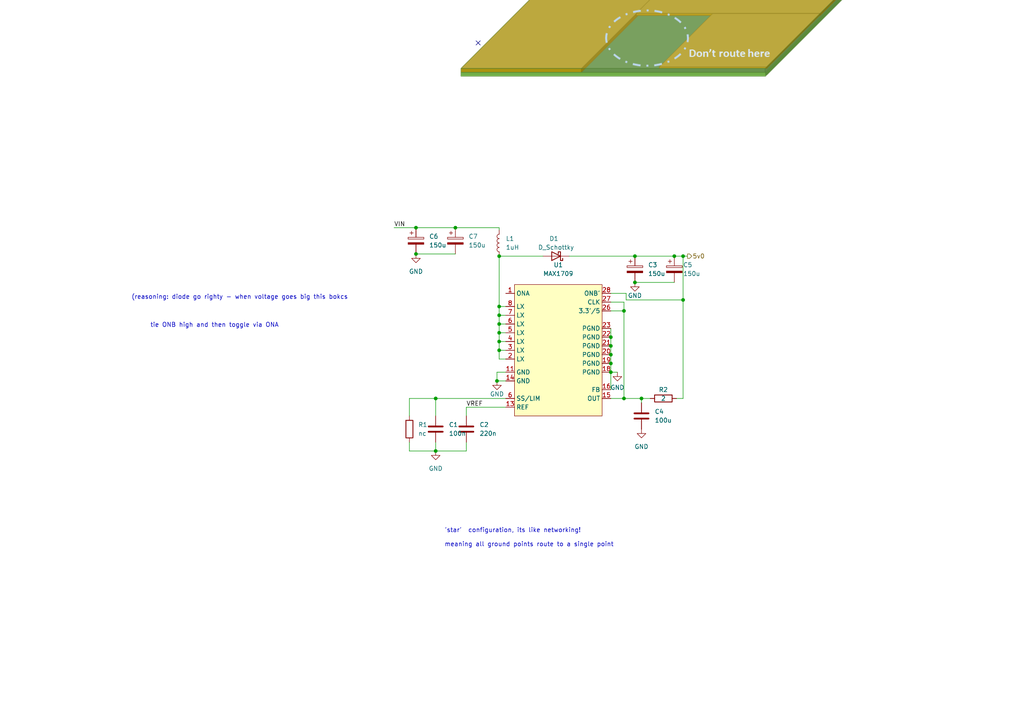
<source format=kicad_sch>
(kicad_sch (version 20210621) (generator eeschema)
  (paper "A4")
  (lib_symbols
    (symbol "Device:C" (pin_numbers hide) (pin_names (offset 0.254))
      (property "Reference" "C" (at 0.635 2.54 0))
      (property "Value" "C" (at 0.635 -2.54 0))
      (symbol "C_0_1"
        (polyline (pts (xy -2.032 -0.762) (xy 2.032 -0.762)) (stroke (width 0.508)))
        (polyline (pts (xy -2.032 0.762) (xy 2.032 0.762)) (stroke (width 0.508)))
      )
      (symbol "C_1_1"
        (pin passive line (at 0 3.81 270) (length 2.794) (name "~") (number "1"))
        (pin passive line (at 0 -3.81 90) (length 2.794) (name "~") (number "2"))
      )
    )
    (symbol "Device:C_Polarized" (pin_numbers hide) (pin_names (offset 0.254))
      (property "Reference" "C" (at 0.635 2.54 0))
      (property "Value" "C_Polarized" (at 0.635 -2.54 0))
      (symbol "C_Polarized_0_1"
        (rectangle (start -2.286 0.508) (end 2.286 1.016))
        (rectangle (start 2.286 -0.508) (end -2.286 -1.016) (fill (type outline)))
        (polyline (pts (xy -1.778 2.286) (xy -0.762 2.286)))
        (polyline (pts (xy -1.27 2.794) (xy -1.27 1.778)))
      )
      (symbol "C_Polarized_1_1"
        (pin passive line (at 0 3.81 270) (length 2.794) (name "~") (number "1"))
        (pin passive line (at 0 -3.81 90) (length 2.794) (name "~") (number "2"))
      )
    )
    (symbol "Device:D_Schottky" (pin_numbers hide) (pin_names (offset 1.016) hide)
      (property "Reference" "D1" (at 0 6.35 0))
      (property "Value" "D_Schottky" (at 0 3.81 0))
      (symbol "D_Schottky_0_1"
        (polyline (pts (xy 1.27 0) (xy -1.27 0)))
        (polyline (pts (xy 1.27 1.27) (xy 1.27 -1.27) (xy -1.27 0) (xy 1.27 1.27)) (stroke (width 0.254)))
        (polyline (pts (xy -1.905 0.635) (xy -1.905 1.27) (xy -1.27 1.27) (xy -1.27 -1.27) (xy -0.635 -1.27) (xy -0.635 -0.635)) (stroke (width 0.254)))
      )
      (symbol "D_Schottky_1_1"
        (pin passive line (at -3.81 0 0) (length 2.54) (name "K") (number "2"))
        (pin passive line (at 3.81 0 180) (length 2.54) (name "A") (number "3"))
      )
    )
    (symbol "Device:L" (pin_numbers hide) (pin_names (offset 1.016) hide)
      (property "Reference" "L" (at -1.27 0 90))
      (property "Value" "L" (at 1.905 0 90))
      (symbol "L_0_1"
        (arc (start 0 -2.54) (end 0 -1.27) (radius (at 0 -1.905) (length 0.635) (angles -89.9 89.9)))
        (arc (start 0 -1.27) (end 0 0) (radius (at 0 -0.635) (length 0.635) (angles -89.9 89.9)))
        (arc (start 0 0) (end 0 1.27) (radius (at 0 0.635) (length 0.635) (angles -89.9 89.9)))
        (arc (start 0 1.27) (end 0 2.54) (radius (at 0 1.905) (length 0.635) (angles -89.9 89.9)))
      )
      (symbol "L_1_1"
        (pin passive line (at 0 3.81 270) (length 1.27) (name "1") (number "1"))
        (pin passive line (at 0 -3.81 90) (length 1.27) (name "2") (number "2"))
      )
    )
    (symbol "Device:R" (pin_numbers hide) (pin_names (offset 0))
      (property "Reference" "R" (at 2.032 0 90))
      (property "Value" "R" (at 0 0 90))
      (symbol "R_0_1"
        (rectangle (start -1.016 -2.54) (end 1.016 2.54) (stroke (width 0.254)))
      )
      (symbol "R_1_1"
        (pin passive line (at 0 3.81 270) (length 1.27) (name "~") (number "1"))
        (pin passive line (at 0 -3.81 90) (length 1.27) (name "~") (number "2"))
      )
    )
    (symbol "New_Library:MAX1709"
      (property "Reference" "U" (at 0 0 0))
      (property "Value" "MAX1709" (at 0 2.54 0))
      (symbol "MAX1709_0_1"
        (rectangle (start -12.7 21.59) (end 12.7 -16.51) (stroke (width 0.1524)) (fill (type background)))
      )
      (symbol "MAX1709_1_1"
        (pin input line (at -15.24 19.05 0) (length 2.54) (name "ONA") (number "1"))
        (pin input line (at -15.24 -3.81 0) (length 2.54) (name "GND") (number "11"))
        (pin input line (at -15.24 -13.97 0) (length 2.54) (name "REF") (number "13"))
        (pin input line (at -15.24 -6.35 0) (length 2.54) (name "GND") (number "14"))
        (pin input line (at 15.24 -11.43 180) (length 2.54) (name "OUT") (number "15"))
        (pin input line (at 15.24 -8.89 180) (length 2.54) (name "FB") (number "16"))
        (pin input line (at 15.24 -3.81 180) (length 2.54) (name "PGND") (number "18"))
        (pin input line (at 15.24 -1.27 180) (length 2.54) (name "PGND") (number "19"))
        (pin input line (at -15.24 0 0) (length 2.54) (name "LX") (number "2"))
        (pin input line (at 15.24 1.27 180) (length 2.54) (name "PGND") (number "20"))
        (pin input line (at 15.24 3.81 180) (length 2.54) (name "PGND") (number "21"))
        (pin input line (at 15.24 6.35 180) (length 2.54) (name "PGND") (number "22"))
        (pin input line (at 15.24 8.89 180) (length 2.54) (name "PGND") (number "23"))
        (pin input line (at 15.24 13.97 180) (length 2.54) (name "3.3'/5") (number "26"))
        (pin input line (at 15.24 16.51 180) (length 2.54) (name "CLK") (number "27"))
        (pin input line (at 15.24 19.05 180) (length 2.54) (name "ONB'") (number "28"))
        (pin input line (at -15.24 2.54 0) (length 2.54) (name "LX") (number "3"))
        (pin input line (at -15.24 5.08 0) (length 2.54) (name "LX") (number "4"))
        (pin input line (at -15.24 7.62 0) (length 2.54) (name "LX") (number "5"))
        (pin input line (at -15.24 10.16 0) (length 2.54) (name "LX") (number "6"))
        (pin input line (at -15.24 -11.43 0) (length 2.54) (name "SS/LIM") (number "6"))
        (pin input line (at -15.24 12.7 0) (length 2.54) (name "LX") (number "7"))
        (pin input line (at -15.24 15.24 0) (length 2.54) (name "LX") (number "8"))
      )
    )
    (symbol "power:GND" (power) (pin_names (offset 0))
      (property "Value" "GND" (at 0 -3.81 0))
      (symbol "GND_0_1"
        (polyline (pts (xy 0 0) (xy 0 -1.27) (xy 1.27 -1.27) (xy 0 -2.54) (xy -1.27 -1.27) (xy 0 -1.27)))
      )
      (symbol "GND_1_1"
        (pin power_in line (at 0 0 270) (length 0) hide (name "GND") (number "1"))
      )
    )
  )
  (junction (at 120.65 66.04))
  (junction (at 120.65 73.66))
  (junction (at 126.365 115.57) (diameter 0.9144))
  (junction (at 126.365 130.81) (diameter 0.9144))
  (junction (at 132.08 66.04))
  (junction (at 144.145 110.49))
  (junction (at 144.78 74.295))
  (junction (at 144.78 88.9))
  (junction (at 144.78 91.44))
  (junction (at 144.78 93.98))
  (junction (at 144.78 96.52))
  (junction (at 144.78 99.06))
  (junction (at 144.78 101.6))
  (junction (at 177.165 97.79))
  (junction (at 177.165 100.33))
  (junction (at 177.165 102.87))
  (junction (at 177.165 105.41))
  (junction (at 177.165 107.95))
  (junction (at 180.975 90.17))
  (junction (at 180.975 115.57))
  (junction (at 184.15 74.295))
  (junction (at 184.15 81.915))
  (junction (at 186.055 115.57))
  (junction (at 195.58 74.295))
  (junction (at 198.12 74.295))
  (junction (at 198.12 86.995))
  (no_connect (at 138.684 12.446))
  (wire (pts (xy 114.3 66.04) (xy 120.65 66.04)))
  (wire (pts (xy 118.745 115.57) (xy 126.365 115.57)))
  (wire (pts (xy 118.745 120.65) (xy 118.745 115.57)))
  (wire (pts (xy 118.745 128.27) (xy 118.745 130.81)))
  (wire (pts (xy 118.745 130.81) (xy 126.365 130.81)))
  (wire (pts (xy 120.65 66.04) (xy 132.08 66.04)))
  (wire (pts (xy 120.65 73.66) (xy 132.08 73.66)))
  (wire (pts (xy 126.365 115.57) (xy 146.685 115.57)))
  (wire (pts (xy 126.365 120.65) (xy 126.365 115.57)))
  (wire (pts (xy 126.365 128.27) (xy 126.365 130.81)))
  (wire (pts (xy 132.08 66.04) (xy 144.78 66.04)))
  (wire (pts (xy 135.255 118.11) (xy 135.255 120.65)))
  (wire (pts (xy 135.255 128.27) (xy 135.255 130.81)))
  (wire (pts (xy 135.255 130.81) (xy 126.365 130.81)))
  (wire (pts (xy 144.145 107.95) (xy 144.145 110.49)))
  (wire (pts (xy 144.145 110.49) (xy 146.685 110.49)))
  (wire (pts (xy 144.78 66.675) (xy 144.78 66.04)))
  (wire (pts (xy 144.78 74.295) (xy 144.78 88.9)))
  (wire (pts (xy 144.78 74.295) (xy 157.48 74.295)))
  (wire (pts (xy 144.78 88.9) (xy 144.78 91.44)))
  (wire (pts (xy 144.78 88.9) (xy 146.685 88.9)))
  (wire (pts (xy 144.78 91.44) (xy 144.78 93.98)))
  (wire (pts (xy 144.78 91.44) (xy 146.685 91.44)))
  (wire (pts (xy 144.78 93.98) (xy 144.78 96.52)))
  (wire (pts (xy 144.78 93.98) (xy 146.685 93.98)))
  (wire (pts (xy 144.78 96.52) (xy 144.78 99.06)))
  (wire (pts (xy 144.78 96.52) (xy 146.685 96.52)))
  (wire (pts (xy 144.78 99.06) (xy 144.78 101.6)))
  (wire (pts (xy 144.78 99.06) (xy 146.685 99.06)))
  (wire (pts (xy 144.78 101.6) (xy 144.78 104.14)))
  (wire (pts (xy 146.685 101.6) (xy 144.78 101.6)))
  (wire (pts (xy 146.685 104.14) (xy 144.78 104.14)))
  (wire (pts (xy 146.685 107.95) (xy 144.145 107.95)))
  (wire (pts (xy 146.685 118.11) (xy 135.255 118.11)))
  (wire (pts (xy 165.1 74.295) (xy 184.15 74.295)))
  (wire (pts (xy 177.165 85.09) (xy 181.61 85.09)))
  (wire (pts (xy 177.165 87.63) (xy 180.975 87.63)))
  (wire (pts (xy 177.165 90.17) (xy 180.975 90.17)))
  (wire (pts (xy 177.165 95.25) (xy 177.165 97.79)))
  (wire (pts (xy 177.165 97.79) (xy 177.165 100.33)))
  (wire (pts (xy 177.165 100.33) (xy 177.165 102.87)))
  (wire (pts (xy 177.165 102.87) (xy 177.165 105.41)))
  (wire (pts (xy 177.165 105.41) (xy 177.165 107.95)))
  (wire (pts (xy 177.165 107.95) (xy 177.165 113.03)))
  (wire (pts (xy 177.165 107.95) (xy 179.07 107.95)))
  (wire (pts (xy 177.165 115.57) (xy 180.975 115.57)))
  (wire (pts (xy 180.975 90.17) (xy 180.975 87.63)))
  (wire (pts (xy 180.975 115.57) (xy 180.975 90.17)))
  (wire (pts (xy 180.975 115.57) (xy 186.055 115.57)))
  (wire (pts (xy 181.61 85.09) (xy 181.61 86.995)))
  (wire (pts (xy 181.61 86.995) (xy 198.12 86.995)))
  (wire (pts (xy 184.15 74.295) (xy 195.58 74.295)))
  (wire (pts (xy 184.15 81.915) (xy 195.58 81.915)))
  (wire (pts (xy 186.055 115.57) (xy 188.595 115.57)))
  (wire (pts (xy 186.055 116.84) (xy 186.055 115.57)))
  (wire (pts (xy 195.58 74.295) (xy 198.12 74.295)))
  (wire (pts (xy 196.215 115.57) (xy 198.12 115.57)))
  (wire (pts (xy 198.12 74.295) (xy 199.39 74.295)))
  (wire (pts (xy 198.12 86.995) (xy 198.12 74.295)))
  (wire (pts (xy 198.12 115.57) (xy 198.12 86.995)))
  (image (at 197.104 1.651) (scale 1.67785))
  (text "(reasoning: diode go righty - when voltage goes big this bokcs\n" (at 38.1 86.995 0) (effects (font (size 1.27 1.27)) (justify left bottom)))
  (text "tie ONB high and then toggle via ONA\n" (at 43.561 95.123 0) (effects (font (size 1.27 1.27)) (justify left bottom)))
  (text "'star'  configuration, its like networking!\n\nmeaning all ground points route to a single point" (at 128.905 158.75 0) (effects (font (size 1.27 1.27)) (justify left bottom)))
  (label "VIN" (at 114.3 66.04 0))
  (label "VREF" (at 135.255 118.11 0))
  (hierarchical_label "5v0" (shape output) (at 199.39 74.295 0))
  (symbol (lib_id "power:GND") (at 120.65 73.66 0) (unit 1)
    (property "Reference" "#PWR06" (effects hide))
    (property "Value" "GND" (at 120.65 78.74 0))
  )
  (symbol (lib_id "power:GND") (at 126.365 130.81 0) (unit 1)
    (property "Reference" "#PWR01" (effects hide))
    (property "Value" "GND" (at 126.365 135.89 0))
  )
  (symbol (lib_id "power:GND") (at 144.145 110.49 0) (unit 1)
    (property "Reference" "#PWR02" (effects hide))
    (property "Value" "GND" (at 144.145 114.3 0))
  )
  (symbol (lib_id "power:GND") (at 179.07 107.95 0) (unit 1)
    (property "Reference" "#PWR07" (effects hide))
    (property "Value" "GND" (at 179.07 112.395 0))
  )
  (symbol (lib_id "power:GND") (at 184.15 81.915 0) (unit 1)
    (property "Reference" "#PWR04" (effects hide))
    (property "Value" "GND" (at 184.15 85.725 0))
  )
  (symbol (lib_id "power:GND") (at 186.055 124.46 0) (unit 1)
    (property "Reference" "#PWR05" (effects hide))
    (property "Value" "GND" (at 186.055 129.54 0))
  )
  (symbol (lib_id "Device:L") (at 144.78 70.485 180) (unit 1)
    (property "Reference" "L1" (at 146.685 69.2149 0) (effects (justify right)))
    (property "Value" "1uH" (at 146.685 71.7549 0) (effects (justify right)))
    (property "Footprint" "Library:VLS5045" (effects hide))
  )
  (symbol (lib_id "Device:R") (at 118.745 124.46 0) (unit 1)
    (property "Reference" "R1" (at 121.285 123.1899 0) (effects (justify left)))
    (property "Value" "nc" (at 121.285 125.7299 0) (effects (justify left)))
    (property "Footprint" "Resistor_SMD:R_1206_3216Metric" (effects hide))
  )
  (symbol (lib_id "Device:R") (at 192.405 115.57 90) (unit 1)
    (property "Reference" "R2" (at 192.405 113.03 90))
    (property "Value" "2" (at 192.405 115.57 90))
    (property "Footprint" "Resistor_SMD:R_1206_3216Metric_Pad1.30x1.75mm_HandSolder" (effects hide))
  )
  (symbol (lib_id "Device:D_Schottky") (at 161.29 74.295 180) (unit 1)
    (property "Reference" "D1" (at 160.655 69.215 0))
    (property "Value" "D_Schottky" (at 161.29 71.755 0))
    (property "Footprint" "Package_TO_SOT_SMD:TO-252-3_TabPin2" (effects hide))
  )
  (symbol (lib_id "Device:C_Polarized") (at 120.65 69.85 0) (unit 1)
    (property "Reference" "C6" (at 124.46 68.5799 0) (effects (justify left)))
    (property "Value" "150u" (at 124.46 71.1199 0) (effects (justify left)))
    (property "Footprint" "Capacitor_Tantalum_SMD:CP_EIA-7343-31_Kemet-D_Pad2.25x2.55mm_HandSolder" (effects hide))
  )
  (symbol (lib_id "Device:C") (at 126.365 124.46 0) (unit 1)
    (property "Reference" "C1" (at 130.175 123.1899 0) (effects (justify left)))
    (property "Value" "100n" (at 130.175 125.7299 0) (effects (justify left)))
    (property "Footprint" "Capacitor_SMD:C_1206_3216Metric_Pad1.33x1.80mm_HandSolder" (effects hide))
  )
  (symbol (lib_id "Device:C_Polarized") (at 132.08 69.85 0) (unit 1)
    (property "Reference" "C7" (at 135.89 68.5799 0) (effects (justify left)))
    (property "Value" "150u" (at 135.89 71.1199 0) (effects (justify left)))
    (property "Footprint" "Capacitor_Tantalum_SMD:CP_EIA-7343-31_Kemet-D_Pad2.25x2.55mm_HandSolder" (effects hide))
  )
  (symbol (lib_id "Device:C") (at 135.255 124.46 0) (unit 1)
    (property "Reference" "C2" (at 139.065 123.1899 0) (effects (justify left)))
    (property "Value" "220n" (at 139.065 125.7299 0) (effects (justify left)))
    (property "Footprint" "Capacitor_SMD:C_1206_3216Metric_Pad1.33x1.80mm_HandSolder" (effects hide))
  )
  (symbol (lib_id "Device:C_Polarized") (at 184.15 78.105 0) (unit 1)
    (property "Reference" "C3" (at 187.96 76.8349 0) (effects (justify left)))
    (property "Value" "150u" (at 187.96 79.3749 0) (effects (justify left)))
    (property "Footprint" "Capacitor_Tantalum_SMD:CP_EIA-7343-15_Kemet-W_Pad2.25x2.55mm_HandSolder" (effects hide))
  )
  (symbol (lib_id "Device:C") (at 186.055 120.65 0) (unit 1)
    (property "Reference" "C4" (at 189.865 119.3799 0) (effects (justify left)))
    (property "Value" "100u" (at 189.865 121.9199 0) (effects (justify left)))
    (property "Footprint" "Capacitor_SMD:C_1206_3216Metric_Pad1.33x1.80mm_HandSolder" (effects hide))
  )
  (symbol (lib_id "Device:C_Polarized") (at 195.58 78.105 0) (unit 1)
    (property "Reference" "C5" (at 198.12 76.8349 0) (effects (justify left)))
    (property "Value" "150u" (at 198.12 79.3749 0) (effects (justify left)))
    (property "Footprint" "Capacitor_Tantalum_SMD:CP_EIA-7343-31_Kemet-D_Pad2.25x2.55mm_HandSolder" (effects hide))
  )
  (symbol (lib_id "New_Library:MAX1709") (at 161.925 104.14 0) (unit 1)
    (property "Reference" "U1" (at 161.925 76.835 0))
    (property "Value" "MAX1709" (at 161.925 79.375 0))
    (property "Footprint" "Package_SO:TSSOP-28-1EP_4.4x9.7mm_P0.65mm_EP2.85x6.7mm" (effects hide))
  )
)
</source>
